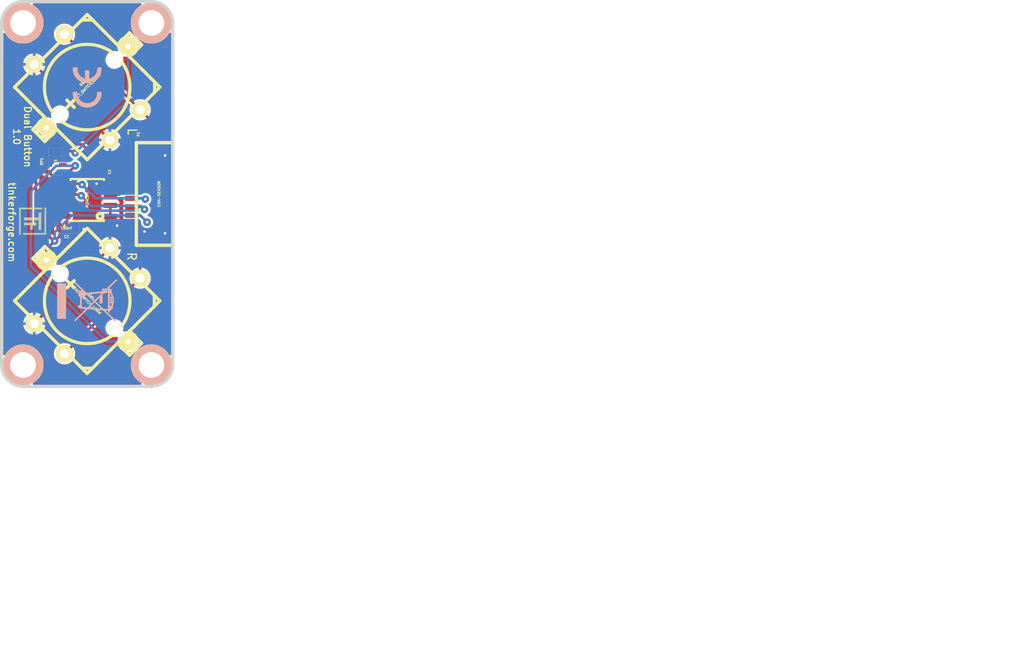
<source format=kicad_pcb>
(kicad_pcb (version 20221018) (generator pcbnew)
  (title_block (title "Dual Button Bricklet") (rev "1.0") (company "Tinkerforge GmbH") (comment 1 "Licensed under CERN OHL v.1.1") (comment 2 "Copyright (©) 2013, B.Nordmeyer <bastian@tinkerforge.com>"))
  (layers (0 "F.Cu" signal "Vorderseite") (31 "B.Cu" signal "Rückseite") (34 "B.Paste" user) (35 "F.Paste" user) (36 "B.SilkS" user "B.Silkscreen") (37 "F.SilkS" user "F.Silkscreen") (38 "B.Mask" user) (39 "F.Mask" user) (44 "Edge.Cuts" user))
  (net 0 "")
  (net 1 "D1")
  (net 2 "D2")
  (net 3 "GND")
  (net 4 "N-000001")
  (net 5 "N-0000012")
  (net 6 "N-0000016")
  (net 7 "SCL")
  (net 8 "SDA")
  (net 9 "SW1")
  (net 10 "SW2")
  (net 11 "VCC")
  (footprint "DRILL_NP" (layer "F.Cu") (at 176.5 89)
    (fp_text reference "U5" hide)
    (fp_text value "DRILL" hide)
    (pad "" thru_hole circle (at 0 0) (size 2.99974 2.99974) (drill 2.99974) (layers "*.Cu" "*.SilkS" "*.Mask") (clearance 0.89916))
  )
  (footprint "DRILL_NP" (layer "F.Cu") (at 176.5 129 90)
    (fp_text reference "U4" hide)
    (fp_text value "DRILL" hide)
    (pad "" thru_hole circle (at 0 0 90) (size 2.99974 2.99974) (drill 2.99974) (layers "*.Cu" "*.SilkS" "*.Mask") (clearance 0.89916))
  )
  (footprint "DRILL_NP" (layer "F.Cu") (at 161.5 129)
    (fp_text reference "U3" hide)
    (fp_text value "DRILL" hide)
    (pad "" thru_hole circle (at 0 0) (size 2.99974 2.99974) (drill 2.99974) (layers "*.Cu" "*.SilkS" "*.Mask") (clearance 0.89916))
  )
  (footprint "DRILL_NP" (layer "F.Cu") (at 161.5 89 90)
    (fp_text reference "U2" hide)
    (fp_text value "DRILL" hide)
    (pad "" thru_hole circle (at 0 0 90) (size 2.99974 2.99974) (drill 2.99974) (layers "*.Cu" "*.SilkS" "*.Mask") (clearance 0.89916))
  )
  (footprint "CON-SENSOR" (layer "F.Cu") (at 179 109 90)
    (fp_text reference "P1" (at 7.00024 -4.0005 90) (layer "F.SilkS") (effects (font (size 0.29972 0.29972) (thickness 0.0762))))
    (fp_text value "CON-SENSOR" (at 0 -1.6002 90) (layer "F.SilkS") (effects (font (size 0.29972 0.29972) (thickness 0.07112))))
    (pad "1" smd rect (at -4.50088 -4.7752 90) (size 0.59944 1.5494) (layers "F.Cu" "F.Paste" "F.Mask"))
    (pad "2" smd rect (at -3.50012 -4.7752 90) (size 0.59944 1.5494) (layers "F.Cu" "F.Paste" "F.Mask") (net 3 "GND"))
    (pad "3" smd rect (at -2.49936 -4.7752 90) (size 0.59944 1.5494) (layers "F.Cu" "F.Paste" "F.Mask") (net 11 "VCC"))
    (pad "4" smd rect (at -1.50114 -4.7752 90) (size 0.59944 1.5494) (layers "F.Cu" "F.Paste" "F.Mask") (net 7 "SCL"))
    (pad "5" smd rect (at -0.50038 -4.7752 90) (size 0.59944 1.5494) (layers "F.Cu" "F.Paste" "F.Mask") (net 8 "SDA"))
    (pad "6" smd rect (at 0.50038 -4.7752 90) (size 0.59944 1.5494) (layers "F.Cu" "F.Paste" "F.Mask") (net 6 "N-0000016"))
    (pad "7" smd rect (at 1.50114 -4.7752 90) (size 0.59944 1.5494) (layers "F.Cu" "F.Paste" "F.Mask") (net 9 "SW1"))
    (pad "8" smd rect (at 2.49936 -4.7752 90) (size 0.59944 1.5494) (layers "F.Cu" "F.Paste" "F.Mask") (net 1 "D1"))
    (pad "9" smd rect (at 3.50012 -4.7752 90) (size 0.59944 1.5494) (layers "F.Cu" "F.Paste" "F.Mask") (net 10 "SW2"))
    (pad "10" smd rect (at 4.50088 -4.7752 90) (size 0.59944 1.5494) (layers "F.Cu" "F.Paste" "F.Mask") (net 2 "D2"))
    (pad "EP" smd rect (at -5.79882 -0.89916 90) (size 1.19888 1.80086) (layers "F.Cu" "F.Paste" "F.Mask") (net 3 "GND"))
    (pad "EP" smd rect (at 5.79882 -0.89916 90) (size 1.19888 1.80086) (layers "F.Cu" "F.Paste" "F.Mask") (net 3 "GND"))
  )
  (footprint "SOIC8" (layer "F.Cu") (at 169 109.7 90)
    (fp_text reference "U1" (at 3.29946 2.60096 90) (layer "F.SilkS") (effects (font (size 0.29972 0.29972) (thickness 0.0762))))
    (fp_text value "M24C64" (at 0 0 90) (layer "F.SilkS") (effects (font (size 0.29972 0.29972) (thickness 0.0762))))
    (pad "1" smd rect (at -1.90246 2.69748 270) (size 0.59944 1.5494) (layers "F.Cu" "F.Paste" "F.Mask") (net 3 "GND"))
    (pad "2" smd rect (at -0.63246 2.69748 270) (size 0.59944 1.5494) (layers "F.Cu" "F.Paste" "F.Mask") (net 3 "GND"))
    (pad "3" smd rect (at 0.63246 2.69748 270) (size 0.59944 1.5494) (layers "F.Cu" "F.Paste" "F.Mask") (net 6 "N-0000016"))
    (pad "4" smd rect (at 1.90246 2.69748 270) (size 0.59944 1.5494) (layers "F.Cu" "F.Paste" "F.Mask") (net 3 "GND"))
    (pad "5" smd rect (at 1.90246 -2.69748 90) (size 0.59944 1.5494) (layers "F.Cu" "F.Paste" "F.Mask") (net 8 "SDA"))
    (pad "6" smd rect (at 0.63246 -2.69748 90) (size 0.59944 1.5494) (layers "F.Cu" "F.Paste" "F.Mask") (net 7 "SCL"))
    (pad "7" smd rect (at -0.63246 -2.69748 90) (size 0.59944 1.5494) (layers "F.Cu" "F.Paste" "F.Mask"))
    (pad "8" smd rect (at -1.90246 -2.69748 90) (size 0.59944 1.5494) (layers "F.Cu" "F.Paste" "F.Mask") (net 11 "VCC"))
  )
  (footprint "Logo_31x31" (layer "F.Cu") (at 164.2 110.6 -90)
    (fp_text reference "Ref**" hide)
    (fp_text value "Val**" hide)
  )
  (footprint "Fiducial_Mark" (layer "F.Cu") (at 160.5 92.6)
    (fp_text reference "Fiducial_Mark" hide)
    (fp_text value "VAL**" hide)
    (pad "1" smd circle (at 0 0) (size 1.00076 1.00076) (layers "F.Cu" "F.Mask") (clearance 0.65024))
  )
  (footprint "Fiducial_Mark" (layer "F.Cu") (at 177.4 125.4)
    (fp_text reference "Fiducial_Mark" hide)
    (fp_text value "VAL**" hide)
    (pad "1" smd circle (at 0 0) (size 1.00076 1.00076) (layers "F.Cu" "F.Mask") (clearance 0.65024))
  )
  (footprint "4X0603" (layer "F.Cu") (at 165.3 105.2 90)
    (fp_text reference "RP1" (at 0 -1.6002 90) (layer "F.SilkS") (effects (font (size 0.29972 0.29972) (thickness 0.0762))))
    (fp_text value "1k" (at 0 0 90) (layer "F.SilkS") (effects (font (size 0.29972 0.29972) (thickness 0.0762))))
    (pad "1" smd rect (at -1.19888 -0.8509 90) (size 0.44958 0.89916) (layers "F.Cu" "F.Paste" "F.Mask") (net 1 "D1"))
    (pad "2" smd rect (at -0.39878 -0.8509 90) (size 0.44958 0.89916) (layers "F.Cu" "F.Paste" "F.Mask"))
    (pad "3" smd rect (at 0.39878 -0.8509 90) (size 0.44958 0.89916) (layers "F.Cu" "F.Paste" "F.Mask"))
    (pad "4" smd rect (at 1.19888 -0.8509 90) (size 0.44958 0.89916) (layers "F.Cu" "F.Paste" "F.Mask") (net 2 "D2"))
    (pad "5" smd rect (at 1.19888 0.8509 90) (size 0.44958 0.89916) (layers "F.Cu" "F.Paste" "F.Mask") (net 4 "N-000001"))
    (pad "6" smd rect (at 0.39878 0.8509 90) (size 0.44958 0.89916) (layers "F.Cu" "F.Paste" "F.Mask"))
    (pad "7" smd rect (at -0.39878 0.8509 90) (size 0.44958 0.89916) (layers "F.Cu" "F.Paste" "F.Mask"))
    (pad "8" smd rect (at -1.19888 0.8509 90) (size 0.44958 0.89916) (layers "F.Cu" "F.Paste" "F.Mask") (net 5 "N-0000012"))
  )
  (footprint "0603" (layer "F.Cu") (at 166.6 113 180)
    (fp_text reference "C1" (at 0 -1.00076 180) (layer "F.SilkS") (effects (font (size 0.29972 0.29972) (thickness 0.0762))))
    (fp_text value "100nF" (at 0 0 180) (layer "F.SilkS") (effects (font (size 0.29972 0.29972) (thickness 0.0762))))
    (pad "1" smd rect (at -0.8001 0 180) (size 0.8001 0.8001) (layers "F.Cu" "F.Paste" "F.Mask") (net 3 "GND"))
    (pad "2" smd rect (at 0.8001 0 180) (size 0.8001 0.8001) (layers "F.Cu" "F.Paste" "F.Mask") (net 11 "VCC"))
  )
  (footprint "TACT_SWITCH_12mm" (layer "F.Cu") (at 169 121.5 -45)
    (fp_text reference "SW1" (at 0 -0.7 315) (layer "F.SilkS") (effects (font (size 0.3 0.3) (thickness 0.075))))
    (fp_text value "TACT_SWITCH_12MM" (at 0 0 315) (layer "F.SilkS") (effects (font (size 0.3 0.3) (thickness 0.075))))
    (pad "" np_thru_hole circle (at -4.5 0 315) (size 1.6 1.6) (drill 1.6) (layers "*.Cu" "*.Mask" "F.SilkS"))
    (pad "" np_thru_hole circle (at 4.5 0 315) (size 1.6 1.6) (drill 1.6) (layers "*.Cu" "*.Mask" "F.SilkS"))
    (pad "1" thru_hole circle (at -6.75 0 315) (size 2 2) (drill 0.6) (layers "*.Cu" "*.Mask" "F.SilkS") (net 11 "VCC"))
    (pad "2" thru_hole circle (at 6.75 0 315) (size 2 2) (drill 0.6) (layers "*.Cu" "*.Mask" "F.SilkS") (net 5 "N-0000012"))
    (pad "3" thru_hole circle (at -2.5 -6.26 315) (size 2 2) (drill 1.1) (layers "*.Cu" "*.Mask" "F.SilkS") (net 3 "GND"))
    (pad "3" thru_hole circle (at -2.5 6.25 315) (size 2 2) (drill 1.1) (layers "*.Cu" "*.Mask" "F.SilkS") (net 3 "GND"))
    (pad "4" thru_hole circle (at 2.5 -6.25 315) (size 2 2) (drill 1.1) (layers "*.Cu" "*.Mask" "F.SilkS") (net 9 "SW1"))
    (pad "4" thru_hole circle (at 2.5 6.25 315) (size 2 2) (drill 1.1) (layers "*.Cu" "*.Mask" "F.SilkS") (net 9 "SW1"))
  )
  (footprint "TACT_SWITCH_12mm" (layer "F.Cu") (at 169 96.5 45)
    (fp_text reference "SW2" (at 0 -0.7 45) (layer "F.SilkS") (effects (font (size 0.3 0.3) (thickness 0.075))))
    (fp_text value "TACT_SWITCH_12MM" (at 0 0 45) (layer "F.SilkS") (effects (font (size 0.3 0.3) (thickness 0.075))))
    (pad "" np_thru_hole circle (at -4.5 0 45) (size 1.6 1.6) (drill 1.6) (layers "*.Cu" "*.Mask" "F.SilkS"))
    (pad "" np_thru_hole circle (at 4.5 0 45) (size 1.6 1.6) (drill 1.6) (layers "*.Cu" "*.Mask" "F.SilkS"))
    (pad "1" thru_hole circle (at -6.75 0 45) (size 2 2) (drill 0.6) (layers "*.Cu" "*.Mask" "F.SilkS") (net 11 "VCC"))
    (pad "2" thru_hole circle (at 6.75 0 45) (size 2 2) (drill 0.6) (layers "*.Cu" "*.Mask" "F.SilkS") (net 4 "N-000001"))
    (pad "3" thru_hole circle (at -2.5 -6.26 45) (size 2 2) (drill 1.1) (layers "*.Cu" "*.Mask" "F.SilkS") (net 3 "GND"))
    (pad "3" thru_hole circle (at -2.5 6.25 45) (size 2 2) (drill 1.1) (layers "*.Cu" "*.Mask" "F.SilkS") (net 3 "GND"))
    (pad "4" thru_hole circle (at 2.5 -6.25 45) (size 2 2) (drill 1.1) (layers "*.Cu" "*.Mask" "F.SilkS") (net 10 "SW2"))
    (pad "4" thru_hole circle (at 2.5 6.25 45) (size 2 2) (drill 1.1) (layers "*.Cu" "*.Mask" "F.SilkS") (net 10 "SW2"))
  )
  (footprint "WEEE_7mm" (layer "B.Cu") (at 169 121.5 -90)
    (fp_text reference "VAL" hide)
    (fp_text value "WEEE_7mm" hide)
  )
  (footprint "CE_5mm" (layer "B.Cu") (at 169 96.5 90)
    (fp_text reference "VAL" hide)
    (fp_text value "CE_5mm" hide)
  )
  (gr_arc (start 176.5 86.5) (mid 178.267767 87.232233) (end 179 89) (stroke (width 0.381)) (layer "Edge.Cuts"))
  (gr_arc (start 161.55 131.5) (mid 159.767588 130.803122) (end 159 129.05) (stroke (width 0.381)) (layer "Edge.Cuts"))
  (gr_arc (start 179 129) (mid 178.267767 130.767767) (end 176.5 131.5) (stroke (width 0.381)) (layer "Edge.Cuts"))
  (gr_line (start 159 129.05) (end 159 89) (stroke (width 0.381)) (layer "Edge.Cuts"))
  (gr_line (start 176.5 131.5) (end 161.55 131.5) (stroke (width 0.381)) (layer "Edge.Cuts"))
  (gr_line (start 179 89) (end 179 129) (stroke (width 0.381)) (layer "Edge.Cuts"))
  (gr_line (start 161.5 86.5) (end 176.5 86.5) (stroke (width 0.381)) (layer "Edge.Cuts"))
  (gr_arc (start 159 89) (mid 159.732233 87.232233) (end 161.5 86.5) (stroke (width 0.381)) (layer "Edge.Cuts"))
  (gr_text "tinkerforge.com" (at 160.2 112.3 270) (layer "F.SilkS") (effects (font (size 0.8001 0.8001) (thickness 0.14986))))
  (gr_text "Dual Button\n1.0" (at 161.4 102.3 270) (layer "F.SilkS") (effects (font (size 0.8001 0.8001) (thickness 0.14986))))
  (gr_text "R" (at 174.2 116.3 270) (layer "F.SilkS") (effects (font (size 1 1))))
  (gr_text "L" (at 174.25 101.7 270) (layer "F.SilkS") (effects (font (size 1 1))))
  (segment (start 167.89936 106.50064) (end 167.3 107.1) (width 0.29972) (layer "F.Cu") (net 1))
  (segment (start 167.3 107.1) (end 165.15022 107.1) (width 0.29972) (layer "F.Cu") (net 1))
  (segment (start 165.15022 107.1) (end 164.4491 106.39888) (width 0.29972) (layer "F.Cu") (net 1))
  (segment (start 174.2248 106.50064) (end 167.89936 106.50064) (width 0.29972) (layer "F.Cu") (net 1))
  (segment (start 164.4491 103.9509) (end 165.2 103.2) (width 0.29972) (layer "F.Cu") (net 2))
  (segment (start 165.2 103.2) (end 168.4 103.2) (width 0.29972) (layer "F.Cu") (net 2))
  (segment (start 168.4 103.2) (end 169.69912 104.49912) (width 0.29972) (layer "F.Cu") (net 2))
  (segment (start 169.69912 104.49912) (end 174.2248 104.49912) (width 0.29972) (layer "F.Cu") (net 2))
  (segment (start 164.4491 104.00112) (end 164.4491 103.9509) (width 0.29972) (layer "F.Cu") (net 2))
  (segment (start 172.69988 112.50012) (end 172.5 112.7) (width 0.29972) (layer "F.Cu") (net 3))
  (segment (start 174.80012 112.50012) (end 175.7 113.4) (width 0.29972) (layer "F.Cu") (net 3))
  (segment (start 178.10084 113.60084) (end 178.1 113.6) (width 0.29972) (layer "F.Cu") (net 3))
  (segment (start 178.10084 104.49916) (end 178.1 104.5) (width 0.29972) (layer "F.Cu") (net 3))
  (segment (start 168.5 113) (end 168.6 113.1) (width 0.29972) (layer "F.Cu") (net 3))
  (segment (start 170.10246 107.79754) (end 170.1 107.8) (width 0.29972) (layer "F.Cu") (net 3))
  (segment (start 168.6 111.1) (end 170.1 109.6) (width 0.29972) (layer "F.Cu") (net 3))
  (segment (start 170.1 109.6) (end 170.1 107.8) (width 0.29972) (layer "F.Cu") (net 3))
  (segment (start 171.69748 111.89748) (end 172.5 112.7) (width 0.29972) (layer "F.Cu") (net 3))
  (segment (start 178.10084 114.79882) (end 178.10084 113.60084) (width 0.29972) (layer "F.Cu") (net 3))
  (segment (start 168.6 113.1) (end 168.6 111.1) (width 0.29972) (layer "F.Cu") (net 3))
  (segment (start 171.65165 102.687184) (end 162.805745 93.841279) (width 0.29972) (layer "F.Cu") (net 3))
  (segment (start 178.10084 103.20118) (end 178.10084 104.49916) (width 0.29972) (layer "F.Cu") (net 3))
  (segment (start 168.5 113) (end 167.4001 113) (width 0.29972) (layer "F.Cu") (net 3))
  (segment (start 171.69748 111.60246) (end 171.69748 110.33246) (width 0.29972) (layer "F.Cu") (net 3))
  (segment (start 171.69748 107.79754) (end 170.10246 107.79754) (width 0.29972) (layer "F.Cu") (net 3))
  (segment (start 174.80012 112.50012) (end 174.2248 112.50012) (width 0.29972) (layer "F.Cu") (net 3))
  (segment (start 171.69748 111.60246) (end 171.69748 111.89748) (width 0.29972) (layer "F.Cu") (net 3))
  (segment (start 172.69988 112.50012) (end 174.2248 112.50012) (width 0.29972) (layer "F.Cu") (net 3))
  (segment (start 162.812816 124.15165) (end 171.658721 115.305745) (width 0.29972) (layer "F.Cu") (net 3))
  (via (at 172.5 112.7) (size 0.89916) (drill 0.29972) (layers "F.Cu" "B.Cu") (net 3))
  (via (at 168.6 113.1) (size 0.89916) (drill 0.29972) (layers "F.Cu" "B.Cu") (net 3))
  (via (at 175.7 113.4) (size 0.89916) (drill 0.29972) (layers "F.Cu" "B.Cu") (net 3))
  (via (at 178.1 104.5) (size 0.89916) (drill 0.29972) (layers "F.Cu" "B.Cu") (net 3))
  (via (at 178.1 113.6) (size 0.89916) (drill 0.29972) (layers "F.Cu" "B.Cu") (net 3))
  (via (at 170.1 107.8) (size 0.89916) (drill 0.29972) (layers "F.Cu" "B.Cu") (net 3))
  (segment (start 171.658721 113.541279) (end 172.5 112.7) (width 0.29972) (layer "B.Cu") (net 3))
  (segment (start 172.587184 102.687184) (end 175.95 106.05) (width 0.29972) (layer "B.Cu") (net 3))
  (segment (start 177.4 107.5) (end 177.4 112.6) (width 0.29972) (layer "B.Cu") (net 3))
  (segment (start 177.4 112.6) (end 176.6 113.4) (width 0.29972) (layer "B.Cu") (net 3))
  (segment (start 176.6 113.4) (end 175.7 113.4) (width 0.29972) (layer "B.Cu") (net 3))
  (segment (start 177.5 104.5) (end 175.95 106.05) (width 0.29972) (layer "B.Cu") (net 3))
  (segment (start 175.95 106.05) (end 177.4 107.5) (width 0.29972) (layer "B.Cu") (net 3))
  (segment (start 176.8 113.6) (end 176.6 113.4) (width 0.29972) (layer "B.Cu") (net 3))
  (segment (start 169 112.7) (end 168.6 113.1) (width 0.29972) (layer "B.Cu") (net 3))
  (segment (start 170.1 104.238834) (end 171.65165 102.687184) (width 0.29972) (layer "B.Cu") (net 3))
  (segment (start 171.65165 102.687184) (end 172.587184 102.687184) (width 0.29972) (layer "B.Cu") (net 3))
  (segment (start 178.1 104.5) (end 177.5 104.5) (width 0.29972) (layer "B.Cu") (net 3))
  (segment (start 178.1 113.6) (end 176.8 113.6) (width 0.29972) (layer "B.Cu") (net 3))
  (segment (start 171.658721 115.305745) (end 171.658721 113.541279) (width 0.29972) (layer "B.Cu") (net 3))
  (segment (start 172.5 112.7) (end 169 112.7) (width 0.29972) (layer "B.Cu") (net 3))
  (segment (start 170.1 107.8) (end 170.1 104.238834) (width 0.29972) (layer "B.Cu") (net 3))
  (segment (start 167.40112 104.00112) (end 167.6 104.2) (width 0.29972) (layer "F.Cu") (net 4))
  (segment (start 166.1509 104.00112) (end 167.40112 104.00112) (width 0.29972) (layer "F.Cu") (net 4))
  (via (at 167.6 104.2) (size 0.89916) (drill 0.29972) (layers "F.Cu" "B.Cu") (net 4))
  (segment (start 167.6 104.2) (end 173.772971 98.027029) (width 0.29972) (layer "B.Cu") (net 4))
  (segment (start 173.772971 98.027029) (end 173.772971 91.727029) (width 0.29972) (layer "B.Cu") (net 4))
  (segment (start 167.6 105.7) (end 166.90112 106.39888) (width 0.29972) (layer "F.Cu") (net 5))
  (segment (start 166.90112 106.39888) (end 166.1509 106.39888) (width 0.29972) (layer "F.Cu") (net 5))
  (via (at 167.6 105.7) (size 0.89916) (drill 0.29972) (layers "F.Cu" "B.Cu") (net 5))
  (segment (start 171.272971 126.272971) (end 162.4 117.4) (width 0.29972) (layer "B.Cu") (net 5))
  (segment (start 162.4 117.4) (end 162.4 108.7) (width 0.29972) (layer "B.Cu") (net 5))
  (segment (start 162.4 108.7) (end 165.4 105.7) (width 0.29972) (layer "B.Cu") (net 5))
  (segment (start 165.4 105.7) (end 167.6 105.7) (width 0.29972) (layer "B.Cu") (net 5))
  (segment (start 173.772971 126.272971) (end 171.272971 126.272971) (width 0.29972) (layer "B.Cu") (net 5))
  (segment (start 173.30038 108.49962) (end 172.73246 109.06754) (width 0.29972) (layer "F.Cu") (net 6))
  (segment (start 172.73246 109.06754) (end 171.69748 109.06754) (width 0.29972) (layer "F.Cu") (net 6))
  (segment (start 174.2248 108.49962) (end 173.30038 108.49962) (width 0.29972) (layer "F.Cu") (net 6))
  (segment (start 175.40114 110.50114) (end 175.7 110.8) (width 0.29972) (layer "F.Cu") (net 7))
  (segment (start 168.3 109.2) (end 168.16754 109.06754) (width 0.29972) (layer "F.Cu") (net 7))
  (segment (start 168.16754 109.06754) (end 166.30252 109.06754) (width 0.29972) (layer "F.Cu") (net 7))
  (segment (start 174.2248 110.50114) (end 175.40114 110.50114) (width 0.29972) (layer "F.Cu") (net 7))
  (via (at 175.7 110.8) (size 0.89916) (drill 0.29972) (layers "F.Cu" "B.Cu") (net 7))
  (via (at 168.3 109.2) (size 0.89916) (drill 0.29972) (layers "F.Cu" "B.Cu") (net 7))
  (segment (start 175.7 110.8) (end 175.3 110.4) (width 0.29972) (layer "B.Cu") (net 7))
  (segment (start 175.3 110.4) (end 169.5 110.4) (width 0.29972) (layer "B.Cu") (net 7))
  (segment (start 169.5 110.4) (end 168.3 109.2) (width 0.29972) (layer "B.Cu") (net 7))
  (segment (start 175.70038 109.50038) (end 175.8 109.6) (width 0.29972) (layer "F.Cu") (net 8))
  (segment (start 168.4 107.9) (end 168.29754 107.79754) (width 0.29972) (layer "F.Cu") (net 8))
  (segment (start 168.29754 107.79754) (end 166.30252 107.79754) (width 0.29972) (layer "F.Cu") (net 8))
  (segment (start 174.2248 109.50038) (end 175.70038 109.50038) (width 0.29972) (layer "F.Cu") (net 8))
  (via (at 175.8 109.6) (size 0.89916) (drill 0.29972) (layers "F.Cu" "B.Cu") (net 8))
  (via (at 168.4 107.9) (size 0.89916) (drill 0.29972) (layers "F.Cu" "B.Cu") (net 8))
  (segment (start 175.8 109.6) (end 175.7 109.5) (width 0.29972) (layer "B.Cu") (net 8))
  (segment (start 175.7 109.5) (end 170 109.5) (width 0.29972) (layer "B.Cu") (net 8))
  (segment (start 170 109.5) (end 168.4 107.9) (width 0.29972) (layer "B.Cu") (net 8))
  (segment (start 175.187184 115.112816) (end 177.2 113.1) (width 0.29972) (layer "F.Cu") (net 9))
  (segment (start 177.2 113.1) (end 177.2 108.7) (width 0.29972) (layer "F.Cu") (net 9))
  (segment (start 177.2 108.7) (end 175.99886 107.49886) (width 0.29972) (layer "F.Cu") (net 9))
  (segment (start 175.99886 107.49886) (end 174.2248 107.49886) (width 0.29972) (layer "F.Cu") (net 9))
  (segment (start 166.34835 127.687184) (end 175.187184 118.84835) (width 0.29972) (layer "F.Cu") (net 9))
  (segment (start 175.187184 118.84835) (end 175.187184 115.112816) (width 0.29972) (layer "F.Cu") (net 9))
  (segment (start 175.40012 105.49988) (end 176.2 104.7) (width 0.29972) (layer "F.Cu") (net 10))
  (segment (start 176.2 104.7) (end 176.2 100.164466) (width 0.29972) (layer "F.Cu") (net 10))
  (segment (start 176.2 100.164466) (end 175.187184 99.15165) (width 0.29972) (layer "F.Cu") (net 10))
  (segment (start 174.2248 105.49988) (end 175.40012 105.49988) (width 0.29972) (layer "F.Cu") (net 10))
  (segment (start 175.187184 99.15165) (end 166.34835 90.312816) (width 0.29972) (layer "F.Cu") (net 10))
  (segment (start 175.19936 111.49936) (end 176 112.3) (width 0.29972) (layer "F.Cu") (net 11))
  (segment (start 165.2 114.5) (end 165.7999 113.9001) (width 0.29972) (layer "F.Cu") (net 11))
  (segment (start 165.7999 113.9001) (end 165.7999 113) (width 0.29972) (layer "F.Cu") (net 11))
  (segment (start 165.7999 112.10508) (end 166.30252 111.60246) (width 0.29972) (layer "F.Cu") (net 11))
  (segment (start 165.1 114.5) (end 163 112.4) (width 0.29972) (layer "F.Cu") (net 11))
  (segment (start 163 112.4) (end 163 102.5) (width 0.29972) (layer "F.Cu") (net 11))
  (segment (start 163 102.5) (end 164.227029 101.272971) (width 0.29972) (layer "F.Cu") (net 11))
  (segment (start 164.227029 115.472971) (end 165.2 114.5) (width 0.29972) (layer "F.Cu") (net 11))
  (segment (start 174.2248 111.49936) (end 175.19936 111.49936) (width 0.29972) (layer "F.Cu") (net 11))
  (segment (start 164.227029 116.727029) (end 164.227029 115.472971) (width 0.29972) (layer "F.Cu") (net 11))
  (segment (start 165.2 114.5) (end 165.1 114.5) (width 0.29972) (layer "F.Cu") (net 11))
  (segment (start 165.7999 113) (end 165.7999 112.10508) (width 0.29972) (layer "F.Cu") (net 11))
  (via (at 165.2 114.5) (size 0.89916) (drill 0.29972) (layers "F.Cu" "B.Cu") (net 11))
  (via (at 176 112.3) (size 0.89916) (drill 0.29972) (layers "F.Cu" "B.Cu") (net 11))
  (segment (start 176 112.3) (end 175.2 111.5) (width 0.29972) (layer "B.Cu") (net 11))
  (segment (start 175.2 111.5) (end 167.2 111.5) (width 0.29972) (layer "B.Cu") (net 11))
  (segment (start 167.2 111.5) (end 165.2 113.5) (width 0.29972) (layer "B.Cu") (net 11))
  (segment (start 165.2 113.5) (end 165.2 114.5) (width 0.29972) (layer "B.Cu") (net 11))
  (zone (net 3) (net_name "GND") (layer "F.Cu") (connect_pads (clearance 0.24892)) (min_thickness 0.24892) (fill yes (thermal_gap 0.29972) (thermal_bridge_width 0.29972))
    (polygon (pts (xy 159.1 86.6) (xy 178.9 86.6) (xy 178.9 131.4) (xy 159.1 131.4)))
  )
  (zone (net 3) (net_name "GND") (layer "B.Cu") (connect_pads (clearance 0.24892)) (min_thickness 0.24892) (fill yes (thermal_gap 0.29972) (thermal_bridge_width 0.29972))
    (polygon (pts (xy 159.1 131.4) (xy 178.9 131.4) (xy 178.9 86.6) (xy 159.1 86.6)))
  )
)
</source>
